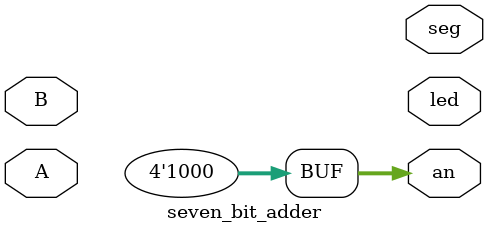
<source format=v>
`timescale 1ns / 1ps
module seven_bit_adder (
    input [6:0] A,      // 7-bit input A (from switches)
    input [6:0] B,      // 7-bit input B (from switches)
    output [8:0] led,   // 9 LEDs for display
    output [6:0] seg,   // 7-segment display segments
    output [3:0] an     // 7-segment display anodes
);
    wire carry_2to5;    // Carry from 2-bit adder to 5-bit adder
    wire unused_carry;  // Final carry that gets discarded
    wire [6:0] result;  // Complete 7-bit addition result

    // Lower 2 bits: Use 2-bit parallel adder
    // LSB module: No carry in, but has carry out
    two_bit_adder ADDER_2BIT (
        .A(A[1:0]),           // Bits [1:0] of input A
        .B(B[1:0]),           // Bits [1:0] of input B
        .Cin(1'b0),           // No carry input for LSB section
        .Sum(result[1:0]),    // Store lower 2 bits of result
        .Cout(carry_2to5)     // Carry to upper section
    );

    // Upper 5 bits: Use 5-bit parallel adder
    // MSB module: Has carry in, but no carry out (discarded)
    five_bit_adder ADDER_5BIT (
        .A(A[6:2]),           // Bits [6:2] of input A
        .B(B[6:2]),           // Bits [6:2] of input B
        .Cin(carry_2to5),     // Carry input from 2-bit section
        .Sum(result[6:2]),    // Store upper 5 bits of result
        .Cout(unused_carry)   // Final carry is discarded
    );

    // Enable only the rightmost display (anode 0)
    // Active low anodes - only rightmost digit enabled
    assign an = 4'b1000;  // Only an[0] is active high

endmodule
</source>
